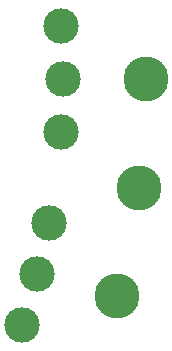
<source format=gbr>
%TF.GenerationSoftware,KiCad,Pcbnew,8.0.0*%
%TF.CreationDate,2024-10-30T22:06:19-04:00*%
%TF.ProjectId,mycoil,6d79636f-696c-42e6-9b69-6361645f7063,rev?*%
%TF.SameCoordinates,Original*%
%TF.FileFunction,Soldermask,Top*%
%TF.FilePolarity,Negative*%
%FSLAX46Y46*%
G04 Gerber Fmt 4.6, Leading zero omitted, Abs format (unit mm)*
G04 Created by KiCad (PCBNEW 8.0.0) date 2024-10-30 22:06:19*
%MOMM*%
%LPD*%
G01*
G04 APERTURE LIST*
%ADD10C,3.800000*%
%ADD11C,3.000000*%
G04 APERTURE END LIST*
D10*
%TO.C,*%
X56000000Y-7500000D03*
%TD*%
%TO.C,*%
X55392585Y-16767360D03*
%TD*%
%TO.C,*%
X53580734Y-25876152D03*
%TD*%
D11*
%TO.C,*%
X49000000Y-7500000D03*
%TD*%
%TO.C,*%
X48844099Y-3035586D03*
%TD*%
%TO.C,*%
X48844099Y-11964414D03*
%TD*%
%TO.C,*%
X46819253Y-24064419D03*
%TD*%
%TO.C,*%
X47824140Y-19711776D03*
%TD*%
%TO.C,*%
X45513189Y-28336362D03*
%TD*%
M02*

</source>
